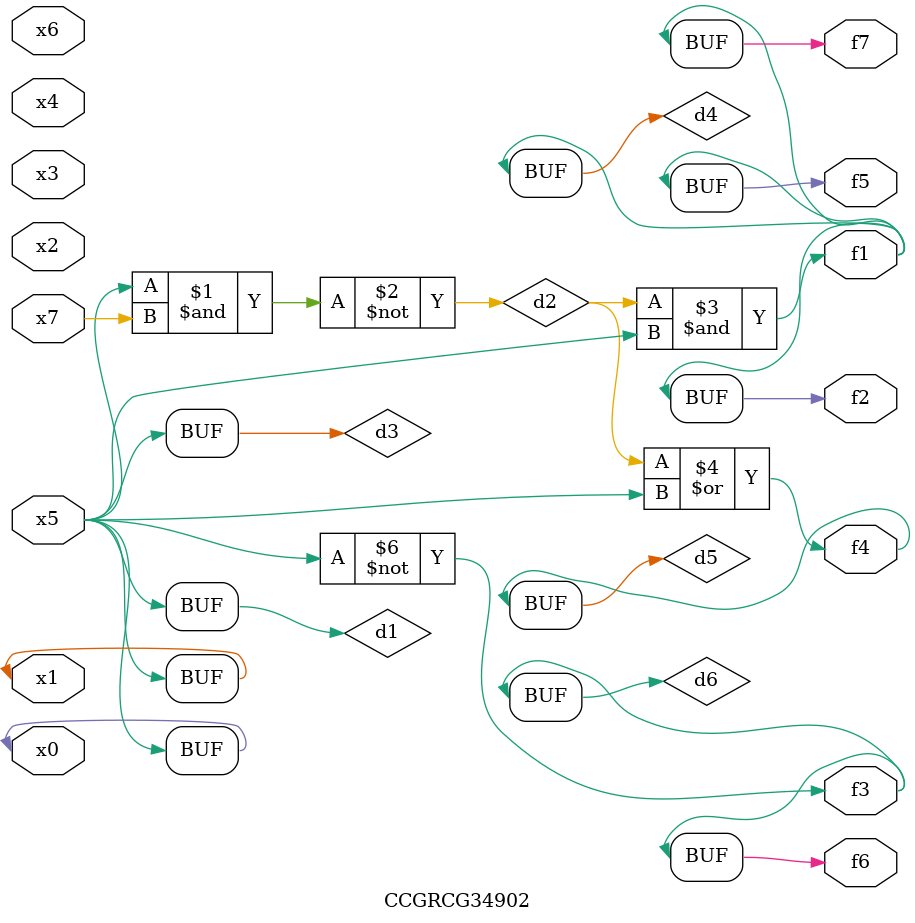
<source format=v>
module CCGRCG34902(
	input x0, x1, x2, x3, x4, x5, x6, x7,
	output f1, f2, f3, f4, f5, f6, f7
);

	wire d1, d2, d3, d4, d5, d6;

	buf (d1, x0, x5);
	nand (d2, x5, x7);
	buf (d3, x0, x1);
	and (d4, d2, d3);
	or (d5, d2, d3);
	nor (d6, d1, d3);
	assign f1 = d4;
	assign f2 = d4;
	assign f3 = d6;
	assign f4 = d5;
	assign f5 = d4;
	assign f6 = d6;
	assign f7 = d4;
endmodule

</source>
